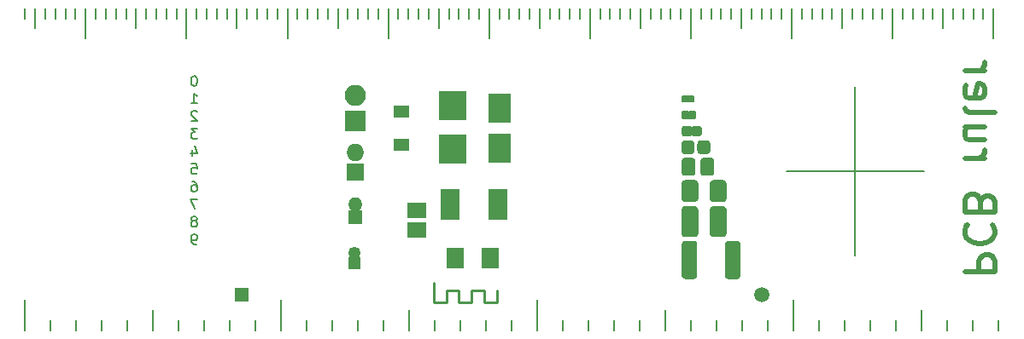
<source format=gbs>
G04 #@! TF.GenerationSoftware,KiCad,Pcbnew,(5.1.4)-1*
G04 #@! TF.CreationDate,2020-02-23T21:57:18+01:00*
G04 #@! TF.ProjectId,PCBRuler,50434252-756c-4657-922e-6b696361645f,1.0*
G04 #@! TF.SameCoordinates,Original*
G04 #@! TF.FileFunction,Soldermask,Bot*
G04 #@! TF.FilePolarity,Negative*
%FSLAX46Y46*%
G04 Gerber Fmt 4.6, Leading zero omitted, Abs format (unit mm)*
G04 Created by KiCad (PCBNEW (5.1.4)-1) date 2020-02-23 21:57:18*
%MOMM*%
%LPD*%
G04 APERTURE LIST*
%ADD10C,0.250000*%
%ADD11C,0.150000*%
%ADD12C,0.500000*%
%ADD13C,0.200000*%
%ADD14R,1.400000X1.400000*%
%ADD15C,1.500000*%
%ADD16R,1.600000X1.300000*%
%ADD17R,2.700000X2.900000*%
%ADD18R,2.200000X2.900000*%
%ADD19C,0.100000*%
%ADD20C,0.800000*%
%ADD21R,1.700000X2.100000*%
%ADD22R,1.900000X1.600000*%
%ADD23C,1.525000*%
%ADD24C,1.650000*%
%ADD25C,0.700000*%
%ADD26C,0.990000*%
%ADD27C,1.275000*%
%ADD28O,1.250000X1.250000*%
%ADD29R,1.250000X1.250000*%
%ADD30C,1.375000*%
%ADD31O,1.750000X1.750000*%
%ADD32R,1.750000X1.750000*%
%ADD33O,1.400000X1.400000*%
%ADD34O,2.100000X2.100000*%
%ADD35R,2.100000X2.100000*%
%ADD36R,1.900000X3.100000*%
G04 APERTURE END LIST*
D10*
X133750000Y-127250000D02*
X133750000Y-126000000D01*
X132500000Y-127250000D02*
X133750000Y-127250000D01*
X132500000Y-126000000D02*
X132500000Y-127250000D01*
X131250000Y-126000000D02*
X132500000Y-126000000D01*
X131250000Y-127250000D02*
X131250000Y-126000000D01*
X130000000Y-127250000D02*
X131250000Y-127250000D01*
X130000000Y-126000000D02*
X130000000Y-127250000D01*
X128750000Y-126000000D02*
X130000000Y-126000000D01*
X128750000Y-127250000D02*
X128750000Y-126000000D01*
X127500000Y-127250000D02*
X128750000Y-127250000D01*
X127500000Y-125300000D02*
X127500000Y-127250000D01*
D11*
X162500000Y-114200000D02*
X176100000Y-114200000D01*
X169300000Y-122600000D02*
X169300000Y-105800000D01*
D12*
X180142857Y-124214285D02*
X183142857Y-124214285D01*
X183142857Y-123071428D01*
X183000000Y-122785714D01*
X182857142Y-122642857D01*
X182571428Y-122500000D01*
X182142857Y-122500000D01*
X181857142Y-122642857D01*
X181714285Y-122785714D01*
X181571428Y-123071428D01*
X181571428Y-124214285D01*
X180428571Y-119500000D02*
X180285714Y-119642857D01*
X180142857Y-120071428D01*
X180142857Y-120357142D01*
X180285714Y-120785714D01*
X180571428Y-121071428D01*
X180857142Y-121214285D01*
X181428571Y-121357142D01*
X181857142Y-121357142D01*
X182428571Y-121214285D01*
X182714285Y-121071428D01*
X183000000Y-120785714D01*
X183142857Y-120357142D01*
X183142857Y-120071428D01*
X183000000Y-119642857D01*
X182857142Y-119500000D01*
X181714285Y-117214285D02*
X181571428Y-116785714D01*
X181428571Y-116642857D01*
X181142857Y-116500000D01*
X180714285Y-116500000D01*
X180428571Y-116642857D01*
X180285714Y-116785714D01*
X180142857Y-117071428D01*
X180142857Y-118214285D01*
X183142857Y-118214285D01*
X183142857Y-117214285D01*
X183000000Y-116928571D01*
X182857142Y-116785714D01*
X182571428Y-116642857D01*
X182285714Y-116642857D01*
X182000000Y-116785714D01*
X181857142Y-116928571D01*
X181714285Y-117214285D01*
X181714285Y-118214285D01*
X180142857Y-112928571D02*
X182142857Y-112928571D01*
X181571428Y-112928571D02*
X181857142Y-112785714D01*
X182000000Y-112642857D01*
X182142857Y-112357142D01*
X182142857Y-112071428D01*
X182142857Y-109785714D02*
X180142857Y-109785714D01*
X182142857Y-111071428D02*
X180571428Y-111071428D01*
X180285714Y-110928571D01*
X180142857Y-110642857D01*
X180142857Y-110214285D01*
X180285714Y-109928571D01*
X180428571Y-109785714D01*
X180142857Y-107928571D02*
X180285714Y-108214285D01*
X180571428Y-108357142D01*
X183142857Y-108357142D01*
X180285714Y-105642857D02*
X180142857Y-105928571D01*
X180142857Y-106500000D01*
X180285714Y-106785714D01*
X180571428Y-106928571D01*
X181714285Y-106928571D01*
X182000000Y-106785714D01*
X182142857Y-106500000D01*
X182142857Y-105928571D01*
X182000000Y-105642857D01*
X181714285Y-105500000D01*
X181428571Y-105500000D01*
X181142857Y-106928571D01*
X180142857Y-104214285D02*
X182142857Y-104214285D01*
X181571428Y-104214285D02*
X181857142Y-104071428D01*
X182000000Y-103928571D01*
X182142857Y-103642857D01*
X182142857Y-103357142D01*
D13*
X103940476Y-121452380D02*
X103750000Y-121452380D01*
X103654761Y-121404761D01*
X103607142Y-121357142D01*
X103511904Y-121214285D01*
X103464285Y-121023809D01*
X103464285Y-120642857D01*
X103511904Y-120547619D01*
X103559523Y-120500000D01*
X103654761Y-120452380D01*
X103845238Y-120452380D01*
X103940476Y-120500000D01*
X103988095Y-120547619D01*
X104035714Y-120642857D01*
X104035714Y-120880952D01*
X103988095Y-120976190D01*
X103940476Y-121023809D01*
X103845238Y-121071428D01*
X103654761Y-121071428D01*
X103559523Y-121023809D01*
X103511904Y-120976190D01*
X103464285Y-120880952D01*
X103845238Y-119130952D02*
X103940476Y-119083333D01*
X103988095Y-119035714D01*
X104035714Y-118940476D01*
X104035714Y-118892857D01*
X103988095Y-118797619D01*
X103940476Y-118750000D01*
X103845238Y-118702380D01*
X103654761Y-118702380D01*
X103559523Y-118750000D01*
X103511904Y-118797619D01*
X103464285Y-118892857D01*
X103464285Y-118940476D01*
X103511904Y-119035714D01*
X103559523Y-119083333D01*
X103654761Y-119130952D01*
X103845238Y-119130952D01*
X103940476Y-119178571D01*
X103988095Y-119226190D01*
X104035714Y-119321428D01*
X104035714Y-119511904D01*
X103988095Y-119607142D01*
X103940476Y-119654761D01*
X103845238Y-119702380D01*
X103654761Y-119702380D01*
X103559523Y-119654761D01*
X103511904Y-119607142D01*
X103464285Y-119511904D01*
X103464285Y-119321428D01*
X103511904Y-119226190D01*
X103559523Y-119178571D01*
X103654761Y-119130952D01*
X104083333Y-116952380D02*
X103416666Y-116952380D01*
X103845238Y-117952380D01*
X103559523Y-115202380D02*
X103750000Y-115202380D01*
X103845238Y-115250000D01*
X103892857Y-115297619D01*
X103988095Y-115440476D01*
X104035714Y-115630952D01*
X104035714Y-116011904D01*
X103988095Y-116107142D01*
X103940476Y-116154761D01*
X103845238Y-116202380D01*
X103654761Y-116202380D01*
X103559523Y-116154761D01*
X103511904Y-116107142D01*
X103464285Y-116011904D01*
X103464285Y-115773809D01*
X103511904Y-115678571D01*
X103559523Y-115630952D01*
X103654761Y-115583333D01*
X103845238Y-115583333D01*
X103940476Y-115630952D01*
X103988095Y-115678571D01*
X104035714Y-115773809D01*
X103511904Y-113452380D02*
X103988095Y-113452380D01*
X104035714Y-113928571D01*
X103988095Y-113880952D01*
X103892857Y-113833333D01*
X103654761Y-113833333D01*
X103559523Y-113880952D01*
X103511904Y-113928571D01*
X103464285Y-114023809D01*
X103464285Y-114261904D01*
X103511904Y-114357142D01*
X103559523Y-114404761D01*
X103654761Y-114452380D01*
X103892857Y-114452380D01*
X103988095Y-114404761D01*
X104035714Y-114357142D01*
X103559523Y-112035714D02*
X103559523Y-112702380D01*
X103797619Y-111654761D02*
X104035714Y-112369047D01*
X103416666Y-112369047D01*
X104083333Y-109952380D02*
X103464285Y-109952380D01*
X103797619Y-110333333D01*
X103654761Y-110333333D01*
X103559523Y-110380952D01*
X103511904Y-110428571D01*
X103464285Y-110523809D01*
X103464285Y-110761904D01*
X103511904Y-110857142D01*
X103559523Y-110904761D01*
X103654761Y-110952380D01*
X103940476Y-110952380D01*
X104035714Y-110904761D01*
X104083333Y-110857142D01*
X104035714Y-108297619D02*
X103988095Y-108250000D01*
X103892857Y-108202380D01*
X103654761Y-108202380D01*
X103559523Y-108250000D01*
X103511904Y-108297619D01*
X103464285Y-108392857D01*
X103464285Y-108488095D01*
X103511904Y-108630952D01*
X104083333Y-109202380D01*
X103464285Y-109202380D01*
X103464285Y-107452380D02*
X104035714Y-107452380D01*
X103750000Y-107452380D02*
X103750000Y-106452380D01*
X103845238Y-106595238D01*
X103940476Y-106690476D01*
X104035714Y-106738095D01*
X103797619Y-104702380D02*
X103702380Y-104702380D01*
X103607142Y-104750000D01*
X103559523Y-104797619D01*
X103511904Y-104892857D01*
X103464285Y-105083333D01*
X103464285Y-105321428D01*
X103511904Y-105511904D01*
X103559523Y-105607142D01*
X103607142Y-105654761D01*
X103702380Y-105702380D01*
X103797619Y-105702380D01*
X103892857Y-105654761D01*
X103940476Y-105607142D01*
X103988095Y-105511904D01*
X104035714Y-105321428D01*
X104035714Y-105083333D01*
X103988095Y-104892857D01*
X103940476Y-104797619D01*
X103892857Y-104750000D01*
X103797619Y-104702380D01*
D11*
X183520000Y-129987300D02*
X183520000Y-128971300D01*
X178440000Y-129987300D02*
X178440000Y-128971300D01*
X180980000Y-128971300D02*
X180980000Y-128971300D01*
X178440000Y-128971300D02*
X178440000Y-128971300D01*
X180980000Y-129987300D02*
X180980000Y-128971300D01*
X183520000Y-128971300D02*
X183520000Y-128971300D01*
X165740000Y-128971300D02*
X165740000Y-128971300D01*
X165740000Y-129987300D02*
X165740000Y-128971300D01*
X173360000Y-128971300D02*
X173360000Y-128971300D01*
X175900000Y-127955300D02*
X175900000Y-127955300D01*
X175900000Y-129987300D02*
X175900000Y-127955300D01*
X170820000Y-129987300D02*
X170820000Y-128971300D01*
X173360000Y-129987300D02*
X173360000Y-128971300D01*
X168280000Y-128971300D02*
X168280000Y-128971300D01*
X168280000Y-129987300D02*
X168280000Y-128971300D01*
X170820000Y-128971300D02*
X170820000Y-128971300D01*
X163200000Y-129987300D02*
X163200000Y-127193300D01*
X160660000Y-129987300D02*
X160660000Y-128971300D01*
X150500000Y-127955300D02*
X150500000Y-127955300D01*
X140340000Y-128971300D02*
X140340000Y-128971300D01*
X142880000Y-128971300D02*
X142880000Y-128971300D01*
X145420000Y-129987300D02*
X145420000Y-128971300D01*
X158120000Y-129987300D02*
X158120000Y-128971300D01*
X155580000Y-128971300D02*
X155580000Y-128971300D01*
X142880000Y-129987300D02*
X142880000Y-128971300D01*
X153040000Y-128971300D02*
X153040000Y-128971300D01*
X155580000Y-129987300D02*
X155580000Y-128971300D01*
X160660000Y-128971300D02*
X160660000Y-128971300D01*
X145420000Y-128971300D02*
X145420000Y-128971300D01*
X150500000Y-129987300D02*
X150500000Y-127955300D01*
X147960000Y-128971300D02*
X147960000Y-128971300D01*
X163200000Y-127193300D02*
X163200000Y-126939300D01*
X163200000Y-126939300D02*
X163200000Y-126939300D01*
X147960000Y-129987300D02*
X147960000Y-128971300D01*
X153040000Y-129987300D02*
X153040000Y-128971300D01*
X140340000Y-129987300D02*
X140340000Y-128971300D01*
X158120000Y-128971300D02*
X158120000Y-128971300D01*
X117480000Y-129987300D02*
X117480000Y-128971300D01*
X120020000Y-129987300D02*
X120020000Y-128971300D01*
X114940000Y-129987300D02*
X114940000Y-128971300D01*
X114940000Y-128971300D02*
X114940000Y-128971300D01*
X117480000Y-128971300D02*
X117480000Y-128971300D01*
X137800000Y-126939300D02*
X137800000Y-126939300D01*
X137800000Y-127193300D02*
X137800000Y-126939300D01*
X135260000Y-128971300D02*
X135260000Y-128971300D01*
X137800000Y-129987300D02*
X137800000Y-127193300D01*
X132720000Y-128971300D02*
X132720000Y-128971300D01*
X132720000Y-129987300D02*
X132720000Y-128971300D01*
X130180000Y-128971300D02*
X130180000Y-128971300D01*
X135260000Y-129987300D02*
X135260000Y-128971300D01*
X127640000Y-128971300D02*
X127640000Y-128971300D01*
X130180000Y-129987300D02*
X130180000Y-128971300D01*
X125100000Y-127955300D02*
X125100000Y-127955300D01*
X127640000Y-129987300D02*
X127640000Y-128971300D01*
X122560000Y-128971300D02*
X122560000Y-128971300D01*
X120020000Y-128971300D02*
X120020000Y-128971300D01*
X122560000Y-129987300D02*
X122560000Y-128971300D01*
X125100000Y-129987300D02*
X125100000Y-127955300D01*
X112400000Y-126939300D02*
X112400000Y-126939300D01*
X112400000Y-127193300D02*
X112400000Y-126939300D01*
X112400000Y-129987300D02*
X112400000Y-127193300D01*
X109860000Y-128971300D02*
X109860000Y-128971300D01*
X109860000Y-129987300D02*
X109860000Y-128971300D01*
X107320000Y-128971300D02*
X107320000Y-128971300D01*
X107320000Y-129987300D02*
X107320000Y-128971300D01*
X104780000Y-128971300D02*
X104780000Y-128971300D01*
X104780000Y-129987300D02*
X104780000Y-128971300D01*
X102240000Y-128971300D02*
X102240000Y-128971300D01*
X102240000Y-129987300D02*
X102240000Y-128971300D01*
X99700000Y-127955300D02*
X99700000Y-127955300D01*
X99700000Y-129987300D02*
X99700000Y-127955300D01*
X97160000Y-128971300D02*
X97160000Y-128971300D01*
X97160000Y-129987300D02*
X97160000Y-128971300D01*
X94620000Y-128971300D02*
X94620000Y-128971300D01*
X94620000Y-129987300D02*
X94620000Y-128971300D01*
X92080000Y-128971300D02*
X92080000Y-128971300D01*
X92080000Y-129987300D02*
X92080000Y-128971300D01*
X89540000Y-128971300D02*
X89540000Y-128971300D01*
X89540000Y-129987300D02*
X89540000Y-128971300D01*
X87000000Y-129987300D02*
X87000000Y-126939300D01*
X92000000Y-98000000D02*
X92000000Y-99000000D01*
X91000000Y-98000000D02*
X91000000Y-99000000D01*
X90000000Y-98000000D02*
X90000000Y-99000000D01*
X93000000Y-98000000D02*
X93000000Y-101000000D01*
X93000000Y-101000000D02*
X93000000Y-101000000D01*
X94000000Y-98000000D02*
X94000000Y-99000000D01*
X95000000Y-98000000D02*
X95000000Y-99000000D01*
X96000000Y-98000000D02*
X96000000Y-99000000D01*
X97000000Y-98000000D02*
X97000000Y-99000000D01*
X98000000Y-98000000D02*
X98000000Y-100000000D01*
X99000000Y-98000000D02*
X99000000Y-99000000D01*
X100000000Y-98000000D02*
X100000000Y-99000000D01*
X101000000Y-98000000D02*
X101000000Y-99000000D01*
X102000000Y-98000000D02*
X102000000Y-99000000D01*
X103000000Y-98000000D02*
X103000000Y-101000000D01*
X104000000Y-98000000D02*
X104000000Y-99000000D01*
X105000000Y-98000000D02*
X105000000Y-99000000D01*
X106000000Y-98000000D02*
X106000000Y-99000000D01*
X107000000Y-98000000D02*
X107000000Y-99000000D01*
X108000000Y-98000000D02*
X108000000Y-100000000D01*
X109000000Y-98000000D02*
X109000000Y-99000000D01*
X110000000Y-98000000D02*
X110000000Y-99000000D01*
X111000000Y-98000000D02*
X111000000Y-99000000D01*
X112000000Y-98000000D02*
X112000000Y-99000000D01*
X113000000Y-98000000D02*
X113000000Y-101000000D01*
X115000000Y-98000000D02*
X115000000Y-99000000D01*
X114000000Y-98000000D02*
X114000000Y-99000000D01*
X130000000Y-98000000D02*
X130000000Y-99000000D01*
X128000000Y-98000000D02*
X128000000Y-100000000D01*
X126000000Y-98000000D02*
X126000000Y-99000000D01*
X119000000Y-98000000D02*
X119000000Y-99000000D01*
X124000000Y-98000000D02*
X124000000Y-99000000D01*
X133000000Y-98000000D02*
X133000000Y-101000000D01*
X122000000Y-98000000D02*
X122000000Y-99000000D01*
X127000000Y-98000000D02*
X127000000Y-99000000D01*
X132000000Y-98000000D02*
X132000000Y-99000000D01*
X121000000Y-98000000D02*
X121000000Y-99000000D01*
X117000000Y-98000000D02*
X117000000Y-99000000D01*
X116000000Y-98000000D02*
X116000000Y-99000000D01*
X131000000Y-98000000D02*
X131000000Y-99000000D01*
X120000000Y-98000000D02*
X120000000Y-99000000D01*
X129000000Y-98000000D02*
X129000000Y-99000000D01*
X123000000Y-98000000D02*
X123000000Y-101000000D01*
X125000000Y-98000000D02*
X125000000Y-99000000D01*
X118000000Y-98000000D02*
X118000000Y-100000000D01*
X138000000Y-98000000D02*
X138000000Y-100000000D01*
X145000000Y-98000000D02*
X145000000Y-99000000D01*
X134000000Y-98000000D02*
X134000000Y-99000000D01*
X150000000Y-98000000D02*
X150000000Y-99000000D01*
X153000000Y-98000000D02*
X153000000Y-101000000D01*
X152000000Y-98000000D02*
X152000000Y-99000000D01*
X136000000Y-98000000D02*
X136000000Y-99000000D01*
X140000000Y-98000000D02*
X140000000Y-99000000D01*
X148000000Y-98000000D02*
X148000000Y-100000000D01*
X144000000Y-98000000D02*
X144000000Y-99000000D01*
X147000000Y-98000000D02*
X147000000Y-99000000D01*
X137000000Y-98000000D02*
X137000000Y-99000000D01*
X139000000Y-98000000D02*
X139000000Y-99000000D01*
X146000000Y-98000000D02*
X146000000Y-99000000D01*
X141000000Y-98000000D02*
X141000000Y-99000000D01*
X151000000Y-98000000D02*
X151000000Y-99000000D01*
X135000000Y-98000000D02*
X135000000Y-99000000D01*
X142000000Y-98000000D02*
X142000000Y-99000000D01*
X149000000Y-98000000D02*
X149000000Y-99000000D01*
X143000000Y-98000000D02*
X143000000Y-101000000D01*
X166000000Y-98000000D02*
X166000000Y-99000000D01*
X162000000Y-98000000D02*
X162000000Y-99000000D01*
X161000000Y-98000000D02*
X161000000Y-99000000D01*
X172000000Y-98000000D02*
X172000000Y-99000000D01*
X173000000Y-98000000D02*
X173000000Y-101000000D01*
X157000000Y-98000000D02*
X157000000Y-99000000D01*
X160000000Y-98000000D02*
X160000000Y-99000000D01*
X164000000Y-98000000D02*
X164000000Y-99000000D01*
X167000000Y-98000000D02*
X167000000Y-99000000D01*
X158000000Y-98000000D02*
X158000000Y-100000000D01*
X159000000Y-98000000D02*
X159000000Y-99000000D01*
X169000000Y-98000000D02*
X169000000Y-99000000D01*
X168000000Y-98000000D02*
X168000000Y-100000000D01*
X170000000Y-98000000D02*
X170000000Y-99000000D01*
X163000000Y-98000000D02*
X163000000Y-101000000D01*
X154000000Y-98000000D02*
X154000000Y-99000000D01*
X165000000Y-98000000D02*
X165000000Y-99000000D01*
X171000000Y-98000000D02*
X171000000Y-99000000D01*
X155000000Y-98000000D02*
X155000000Y-99000000D01*
X156000000Y-98000000D02*
X156000000Y-99000000D01*
X183000000Y-98000000D02*
X183000000Y-101000000D01*
X180000000Y-98000000D02*
X180000000Y-99000000D01*
X182000000Y-98000000D02*
X182000000Y-99000000D01*
X177000000Y-98000000D02*
X177000000Y-99000000D01*
X178000000Y-98000000D02*
X178000000Y-100000000D01*
X174000000Y-98000000D02*
X174000000Y-99000000D01*
X175000000Y-98000000D02*
X175000000Y-99000000D01*
X181000000Y-98000000D02*
X181000000Y-99000000D01*
X179000000Y-98000000D02*
X179000000Y-99000000D01*
X176000000Y-98000000D02*
X176000000Y-99000000D01*
X87000000Y-98000000D02*
X87000000Y-99000000D01*
X88000000Y-98000000D02*
X88000000Y-100000000D01*
X89000000Y-98000000D02*
X89000000Y-99000000D01*
D14*
X108500000Y-126500000D03*
D15*
X160000000Y-126500000D03*
D16*
X124300000Y-108250000D03*
X124300000Y-111550000D03*
D17*
X129400000Y-107700000D03*
X129400000Y-112000000D03*
D18*
X134000000Y-107900000D03*
X134000000Y-111900000D03*
D19*
G36*
X153369603Y-108200963D02*
G01*
X153389018Y-108203843D01*
X153408057Y-108208612D01*
X153426537Y-108215224D01*
X153444279Y-108223616D01*
X153461114Y-108233706D01*
X153476879Y-108245398D01*
X153491421Y-108258579D01*
X153504602Y-108273121D01*
X153516294Y-108288886D01*
X153526384Y-108305721D01*
X153534776Y-108323463D01*
X153541388Y-108341943D01*
X153546157Y-108360982D01*
X153549037Y-108380397D01*
X153550000Y-108400000D01*
X153550000Y-108800000D01*
X153549037Y-108819603D01*
X153546157Y-108839018D01*
X153541388Y-108858057D01*
X153534776Y-108876537D01*
X153526384Y-108894279D01*
X153516294Y-108911114D01*
X153504602Y-108926879D01*
X153491421Y-108941421D01*
X153476879Y-108954602D01*
X153461114Y-108966294D01*
X153444279Y-108976384D01*
X153426537Y-108984776D01*
X153408057Y-108991388D01*
X153389018Y-108996157D01*
X153369603Y-108999037D01*
X153350000Y-109000000D01*
X152890000Y-109000000D01*
X152870397Y-108999037D01*
X152850982Y-108996157D01*
X152831943Y-108991388D01*
X152813463Y-108984776D01*
X152795721Y-108976384D01*
X152778886Y-108966294D01*
X152763121Y-108954602D01*
X152748579Y-108941421D01*
X152735398Y-108926879D01*
X152723706Y-108911114D01*
X152713616Y-108894279D01*
X152705224Y-108876537D01*
X152698612Y-108858057D01*
X152693843Y-108839018D01*
X152690963Y-108819603D01*
X152690000Y-108800000D01*
X152690000Y-108400000D01*
X152690963Y-108380397D01*
X152693843Y-108360982D01*
X152698612Y-108341943D01*
X152705224Y-108323463D01*
X152713616Y-108305721D01*
X152723706Y-108288886D01*
X152735398Y-108273121D01*
X152748579Y-108258579D01*
X152763121Y-108245398D01*
X152778886Y-108233706D01*
X152795721Y-108223616D01*
X152813463Y-108215224D01*
X152831943Y-108208612D01*
X152850982Y-108203843D01*
X152870397Y-108200963D01*
X152890000Y-108200000D01*
X153350000Y-108200000D01*
X153369603Y-108200963D01*
X153369603Y-108200963D01*
G37*
D20*
X153120000Y-108600000D03*
D19*
G36*
X152729603Y-108200963D02*
G01*
X152749018Y-108203843D01*
X152768057Y-108208612D01*
X152786537Y-108215224D01*
X152804279Y-108223616D01*
X152821114Y-108233706D01*
X152836879Y-108245398D01*
X152851421Y-108258579D01*
X152864602Y-108273121D01*
X152876294Y-108288886D01*
X152886384Y-108305721D01*
X152894776Y-108323463D01*
X152901388Y-108341943D01*
X152906157Y-108360982D01*
X152909037Y-108380397D01*
X152910000Y-108400000D01*
X152910000Y-108800000D01*
X152909037Y-108819603D01*
X152906157Y-108839018D01*
X152901388Y-108858057D01*
X152894776Y-108876537D01*
X152886384Y-108894279D01*
X152876294Y-108911114D01*
X152864602Y-108926879D01*
X152851421Y-108941421D01*
X152836879Y-108954602D01*
X152821114Y-108966294D01*
X152804279Y-108976384D01*
X152786537Y-108984776D01*
X152768057Y-108991388D01*
X152749018Y-108996157D01*
X152729603Y-108999037D01*
X152710000Y-109000000D01*
X152250000Y-109000000D01*
X152230397Y-108999037D01*
X152210982Y-108996157D01*
X152191943Y-108991388D01*
X152173463Y-108984776D01*
X152155721Y-108976384D01*
X152138886Y-108966294D01*
X152123121Y-108954602D01*
X152108579Y-108941421D01*
X152095398Y-108926879D01*
X152083706Y-108911114D01*
X152073616Y-108894279D01*
X152065224Y-108876537D01*
X152058612Y-108858057D01*
X152053843Y-108839018D01*
X152050963Y-108819603D01*
X152050000Y-108800000D01*
X152050000Y-108400000D01*
X152050963Y-108380397D01*
X152053843Y-108360982D01*
X152058612Y-108341943D01*
X152065224Y-108323463D01*
X152073616Y-108305721D01*
X152083706Y-108288886D01*
X152095398Y-108273121D01*
X152108579Y-108258579D01*
X152123121Y-108245398D01*
X152138886Y-108233706D01*
X152155721Y-108223616D01*
X152173463Y-108215224D01*
X152191943Y-108208612D01*
X152210982Y-108203843D01*
X152230397Y-108200963D01*
X152250000Y-108200000D01*
X152710000Y-108200000D01*
X152729603Y-108200963D01*
X152729603Y-108200963D01*
G37*
D20*
X152480000Y-108600000D03*
D21*
X129600000Y-122850000D03*
X133100000Y-122850000D03*
D22*
X125850000Y-120000000D03*
X125850000Y-118100000D03*
D19*
G36*
X157594634Y-121101630D02*
G01*
X157627498Y-121106505D01*
X157659726Y-121114578D01*
X157691007Y-121125771D01*
X157721041Y-121139976D01*
X157749538Y-121157056D01*
X157776224Y-121176847D01*
X157800841Y-121199159D01*
X157823153Y-121223776D01*
X157842944Y-121250462D01*
X157860024Y-121278959D01*
X157874229Y-121308993D01*
X157885422Y-121340274D01*
X157893495Y-121372502D01*
X157898370Y-121405366D01*
X157900000Y-121438550D01*
X157900000Y-124561450D01*
X157898370Y-124594634D01*
X157893495Y-124627498D01*
X157885422Y-124659726D01*
X157874229Y-124691007D01*
X157860024Y-124721041D01*
X157842944Y-124749538D01*
X157823153Y-124776224D01*
X157800841Y-124800841D01*
X157776224Y-124823153D01*
X157749538Y-124842944D01*
X157721041Y-124860024D01*
X157691007Y-124874229D01*
X157659726Y-124885422D01*
X157627498Y-124893495D01*
X157594634Y-124898370D01*
X157561450Y-124900000D01*
X156713550Y-124900000D01*
X156680366Y-124898370D01*
X156647502Y-124893495D01*
X156615274Y-124885422D01*
X156583993Y-124874229D01*
X156553959Y-124860024D01*
X156525462Y-124842944D01*
X156498776Y-124823153D01*
X156474159Y-124800841D01*
X156451847Y-124776224D01*
X156432056Y-124749538D01*
X156414976Y-124721041D01*
X156400771Y-124691007D01*
X156389578Y-124659726D01*
X156381505Y-124627498D01*
X156376630Y-124594634D01*
X156375000Y-124561450D01*
X156375000Y-121438550D01*
X156376630Y-121405366D01*
X156381505Y-121372502D01*
X156389578Y-121340274D01*
X156400771Y-121308993D01*
X156414976Y-121278959D01*
X156432056Y-121250462D01*
X156451847Y-121223776D01*
X156474159Y-121199159D01*
X156498776Y-121176847D01*
X156525462Y-121157056D01*
X156553959Y-121139976D01*
X156583993Y-121125771D01*
X156615274Y-121114578D01*
X156647502Y-121106505D01*
X156680366Y-121101630D01*
X156713550Y-121100000D01*
X157561450Y-121100000D01*
X157594634Y-121101630D01*
X157594634Y-121101630D01*
G37*
D23*
X157137500Y-123000000D03*
D19*
G36*
X153319329Y-121101632D02*
G01*
X153352226Y-121106512D01*
X153384486Y-121114592D01*
X153415799Y-121125796D01*
X153445863Y-121140015D01*
X153474388Y-121157113D01*
X153501100Y-121176924D01*
X153525742Y-121199258D01*
X153548076Y-121223900D01*
X153567887Y-121250612D01*
X153584985Y-121279137D01*
X153599204Y-121309201D01*
X153610408Y-121340514D01*
X153618488Y-121372774D01*
X153623368Y-121405671D01*
X153625000Y-121438888D01*
X153625000Y-124561112D01*
X153623368Y-124594329D01*
X153618488Y-124627226D01*
X153610408Y-124659486D01*
X153599204Y-124690799D01*
X153584985Y-124720863D01*
X153567887Y-124749388D01*
X153548076Y-124776100D01*
X153525742Y-124800742D01*
X153501100Y-124823076D01*
X153474388Y-124842887D01*
X153445863Y-124859985D01*
X153415799Y-124874204D01*
X153384486Y-124885408D01*
X153352226Y-124893488D01*
X153319329Y-124898368D01*
X153286112Y-124900000D01*
X152438888Y-124900000D01*
X152405671Y-124898368D01*
X152372774Y-124893488D01*
X152340514Y-124885408D01*
X152309201Y-124874204D01*
X152279137Y-124859985D01*
X152250612Y-124842887D01*
X152223900Y-124823076D01*
X152199258Y-124800742D01*
X152176924Y-124776100D01*
X152157113Y-124749388D01*
X152140015Y-124720863D01*
X152125796Y-124690799D01*
X152114592Y-124659486D01*
X152106512Y-124627226D01*
X152101632Y-124594329D01*
X152100000Y-124561112D01*
X152100000Y-121438888D01*
X152101632Y-121405671D01*
X152106512Y-121372774D01*
X152114592Y-121340514D01*
X152125796Y-121309201D01*
X152140015Y-121279137D01*
X152157113Y-121250612D01*
X152176924Y-121223900D01*
X152199258Y-121199258D01*
X152223900Y-121176924D01*
X152250612Y-121157113D01*
X152279137Y-121140015D01*
X152309201Y-121125796D01*
X152340514Y-121114592D01*
X152372774Y-121106512D01*
X152405671Y-121101632D01*
X152438888Y-121100000D01*
X153286112Y-121100000D01*
X153319329Y-121101632D01*
X153319329Y-121101632D01*
G37*
D23*
X152862500Y-123000000D03*
D19*
G36*
X156227346Y-115076589D02*
G01*
X156259380Y-115081341D01*
X156290794Y-115089210D01*
X156321286Y-115100120D01*
X156350561Y-115113966D01*
X156378338Y-115130615D01*
X156404350Y-115149907D01*
X156428345Y-115171655D01*
X156450093Y-115195650D01*
X156469385Y-115221662D01*
X156486034Y-115249439D01*
X156499880Y-115278714D01*
X156510790Y-115309206D01*
X156518659Y-115340620D01*
X156523411Y-115372654D01*
X156525000Y-115405000D01*
X156525000Y-116895000D01*
X156523411Y-116927346D01*
X156518659Y-116959380D01*
X156510790Y-116990794D01*
X156499880Y-117021286D01*
X156486034Y-117050561D01*
X156469385Y-117078338D01*
X156450093Y-117104350D01*
X156428345Y-117128345D01*
X156404350Y-117150093D01*
X156378338Y-117169385D01*
X156350561Y-117186034D01*
X156321286Y-117199880D01*
X156290794Y-117210790D01*
X156259380Y-117218659D01*
X156227346Y-117223411D01*
X156195000Y-117225000D01*
X155205000Y-117225000D01*
X155172654Y-117223411D01*
X155140620Y-117218659D01*
X155109206Y-117210790D01*
X155078714Y-117199880D01*
X155049439Y-117186034D01*
X155021662Y-117169385D01*
X154995650Y-117150093D01*
X154971655Y-117128345D01*
X154949907Y-117104350D01*
X154930615Y-117078338D01*
X154913966Y-117050561D01*
X154900120Y-117021286D01*
X154889210Y-116990794D01*
X154881341Y-116959380D01*
X154876589Y-116927346D01*
X154875000Y-116895000D01*
X154875000Y-115405000D01*
X154876589Y-115372654D01*
X154881341Y-115340620D01*
X154889210Y-115309206D01*
X154900120Y-115278714D01*
X154913966Y-115249439D01*
X154930615Y-115221662D01*
X154949907Y-115195650D01*
X154971655Y-115171655D01*
X154995650Y-115149907D01*
X155021662Y-115130615D01*
X155049439Y-115113966D01*
X155078714Y-115100120D01*
X155109206Y-115089210D01*
X155140620Y-115081341D01*
X155172654Y-115076589D01*
X155205000Y-115075000D01*
X156195000Y-115075000D01*
X156227346Y-115076589D01*
X156227346Y-115076589D01*
G37*
D24*
X155700000Y-116150000D03*
D19*
G36*
X153427346Y-115076589D02*
G01*
X153459380Y-115081341D01*
X153490794Y-115089210D01*
X153521286Y-115100120D01*
X153550561Y-115113966D01*
X153578338Y-115130615D01*
X153604350Y-115149907D01*
X153628345Y-115171655D01*
X153650093Y-115195650D01*
X153669385Y-115221662D01*
X153686034Y-115249439D01*
X153699880Y-115278714D01*
X153710790Y-115309206D01*
X153718659Y-115340620D01*
X153723411Y-115372654D01*
X153725000Y-115405000D01*
X153725000Y-116895000D01*
X153723411Y-116927346D01*
X153718659Y-116959380D01*
X153710790Y-116990794D01*
X153699880Y-117021286D01*
X153686034Y-117050561D01*
X153669385Y-117078338D01*
X153650093Y-117104350D01*
X153628345Y-117128345D01*
X153604350Y-117150093D01*
X153578338Y-117169385D01*
X153550561Y-117186034D01*
X153521286Y-117199880D01*
X153490794Y-117210790D01*
X153459380Y-117218659D01*
X153427346Y-117223411D01*
X153395000Y-117225000D01*
X152405000Y-117225000D01*
X152372654Y-117223411D01*
X152340620Y-117218659D01*
X152309206Y-117210790D01*
X152278714Y-117199880D01*
X152249439Y-117186034D01*
X152221662Y-117169385D01*
X152195650Y-117150093D01*
X152171655Y-117128345D01*
X152149907Y-117104350D01*
X152130615Y-117078338D01*
X152113966Y-117050561D01*
X152100120Y-117021286D01*
X152089210Y-116990794D01*
X152081341Y-116959380D01*
X152076589Y-116927346D01*
X152075000Y-116895000D01*
X152075000Y-115405000D01*
X152076589Y-115372654D01*
X152081341Y-115340620D01*
X152089210Y-115309206D01*
X152100120Y-115278714D01*
X152113966Y-115249439D01*
X152130615Y-115221662D01*
X152149907Y-115195650D01*
X152171655Y-115171655D01*
X152195650Y-115149907D01*
X152221662Y-115130615D01*
X152249439Y-115113966D01*
X152278714Y-115100120D01*
X152309206Y-115089210D01*
X152340620Y-115081341D01*
X152372654Y-115076589D01*
X152405000Y-115075000D01*
X153395000Y-115075000D01*
X153427346Y-115076589D01*
X153427346Y-115076589D01*
G37*
D24*
X152900000Y-116150000D03*
D19*
G36*
X153192153Y-106650843D02*
G01*
X153209141Y-106653363D01*
X153225800Y-106657535D01*
X153241970Y-106663321D01*
X153257494Y-106670664D01*
X153272225Y-106679493D01*
X153286019Y-106689723D01*
X153298744Y-106701256D01*
X153310277Y-106713981D01*
X153320507Y-106727775D01*
X153329336Y-106742506D01*
X153336679Y-106758030D01*
X153342465Y-106774200D01*
X153346637Y-106790859D01*
X153349157Y-106807847D01*
X153350000Y-106825000D01*
X153350000Y-107175000D01*
X153349157Y-107192153D01*
X153346637Y-107209141D01*
X153342465Y-107225800D01*
X153336679Y-107241970D01*
X153329336Y-107257494D01*
X153320507Y-107272225D01*
X153310277Y-107286019D01*
X153298744Y-107298744D01*
X153286019Y-107310277D01*
X153272225Y-107320507D01*
X153257494Y-107329336D01*
X153241970Y-107336679D01*
X153225800Y-107342465D01*
X153209141Y-107346637D01*
X153192153Y-107349157D01*
X153175000Y-107350000D01*
X152725000Y-107350000D01*
X152707847Y-107349157D01*
X152690859Y-107346637D01*
X152674200Y-107342465D01*
X152658030Y-107336679D01*
X152642506Y-107329336D01*
X152627775Y-107320507D01*
X152613981Y-107310277D01*
X152601256Y-107298744D01*
X152589723Y-107286019D01*
X152579493Y-107272225D01*
X152570664Y-107257494D01*
X152563321Y-107241970D01*
X152557535Y-107225800D01*
X152553363Y-107209141D01*
X152550843Y-107192153D01*
X152550000Y-107175000D01*
X152550000Y-106825000D01*
X152550843Y-106807847D01*
X152553363Y-106790859D01*
X152557535Y-106774200D01*
X152563321Y-106758030D01*
X152570664Y-106742506D01*
X152579493Y-106727775D01*
X152589723Y-106713981D01*
X152601256Y-106701256D01*
X152613981Y-106689723D01*
X152627775Y-106679493D01*
X152642506Y-106670664D01*
X152658030Y-106663321D01*
X152674200Y-106657535D01*
X152690859Y-106653363D01*
X152707847Y-106650843D01*
X152725000Y-106650000D01*
X153175000Y-106650000D01*
X153192153Y-106650843D01*
X153192153Y-106650843D01*
G37*
D25*
X152950000Y-107000000D03*
D19*
G36*
X152692153Y-106650843D02*
G01*
X152709141Y-106653363D01*
X152725800Y-106657535D01*
X152741970Y-106663321D01*
X152757494Y-106670664D01*
X152772225Y-106679493D01*
X152786019Y-106689723D01*
X152798744Y-106701256D01*
X152810277Y-106713981D01*
X152820507Y-106727775D01*
X152829336Y-106742506D01*
X152836679Y-106758030D01*
X152842465Y-106774200D01*
X152846637Y-106790859D01*
X152849157Y-106807847D01*
X152850000Y-106825000D01*
X152850000Y-107175000D01*
X152849157Y-107192153D01*
X152846637Y-107209141D01*
X152842465Y-107225800D01*
X152836679Y-107241970D01*
X152829336Y-107257494D01*
X152820507Y-107272225D01*
X152810277Y-107286019D01*
X152798744Y-107298744D01*
X152786019Y-107310277D01*
X152772225Y-107320507D01*
X152757494Y-107329336D01*
X152741970Y-107336679D01*
X152725800Y-107342465D01*
X152709141Y-107346637D01*
X152692153Y-107349157D01*
X152675000Y-107350000D01*
X152225000Y-107350000D01*
X152207847Y-107349157D01*
X152190859Y-107346637D01*
X152174200Y-107342465D01*
X152158030Y-107336679D01*
X152142506Y-107329336D01*
X152127775Y-107320507D01*
X152113981Y-107310277D01*
X152101256Y-107298744D01*
X152089723Y-107286019D01*
X152079493Y-107272225D01*
X152070664Y-107257494D01*
X152063321Y-107241970D01*
X152057535Y-107225800D01*
X152053363Y-107209141D01*
X152050843Y-107192153D01*
X152050000Y-107175000D01*
X152050000Y-106825000D01*
X152050843Y-106807847D01*
X152053363Y-106790859D01*
X152057535Y-106774200D01*
X152063321Y-106758030D01*
X152070664Y-106742506D01*
X152079493Y-106727775D01*
X152089723Y-106713981D01*
X152101256Y-106701256D01*
X152113981Y-106689723D01*
X152127775Y-106679493D01*
X152142506Y-106670664D01*
X152158030Y-106663321D01*
X152174200Y-106657535D01*
X152190859Y-106653363D01*
X152207847Y-106650843D01*
X152225000Y-106650000D01*
X152675000Y-106650000D01*
X152692153Y-106650843D01*
X152692153Y-106650843D01*
G37*
D25*
X152450000Y-107000000D03*
D19*
G36*
X153841759Y-109681192D02*
G01*
X153865785Y-109684756D01*
X153889345Y-109690657D01*
X153912214Y-109698840D01*
X153934171Y-109709224D01*
X153955004Y-109721711D01*
X153974512Y-109736180D01*
X153992509Y-109752491D01*
X154008820Y-109770488D01*
X154023289Y-109789996D01*
X154035776Y-109810829D01*
X154046160Y-109832786D01*
X154054343Y-109855655D01*
X154060244Y-109879215D01*
X154063808Y-109903241D01*
X154065000Y-109927500D01*
X154065000Y-110472500D01*
X154063808Y-110496759D01*
X154060244Y-110520785D01*
X154054343Y-110544345D01*
X154046160Y-110567214D01*
X154035776Y-110589171D01*
X154023289Y-110610004D01*
X154008820Y-110629512D01*
X153992509Y-110647509D01*
X153974512Y-110663820D01*
X153955004Y-110678289D01*
X153934171Y-110690776D01*
X153912214Y-110701160D01*
X153889345Y-110709343D01*
X153865785Y-110715244D01*
X153841759Y-110718808D01*
X153817500Y-110720000D01*
X153322500Y-110720000D01*
X153298241Y-110718808D01*
X153274215Y-110715244D01*
X153250655Y-110709343D01*
X153227786Y-110701160D01*
X153205829Y-110690776D01*
X153184996Y-110678289D01*
X153165488Y-110663820D01*
X153147491Y-110647509D01*
X153131180Y-110629512D01*
X153116711Y-110610004D01*
X153104224Y-110589171D01*
X153093840Y-110567214D01*
X153085657Y-110544345D01*
X153079756Y-110520785D01*
X153076192Y-110496759D01*
X153075000Y-110472500D01*
X153075000Y-109927500D01*
X153076192Y-109903241D01*
X153079756Y-109879215D01*
X153085657Y-109855655D01*
X153093840Y-109832786D01*
X153104224Y-109810829D01*
X153116711Y-109789996D01*
X153131180Y-109770488D01*
X153147491Y-109752491D01*
X153165488Y-109736180D01*
X153184996Y-109721711D01*
X153205829Y-109709224D01*
X153227786Y-109698840D01*
X153250655Y-109690657D01*
X153274215Y-109684756D01*
X153298241Y-109681192D01*
X153322500Y-109680000D01*
X153817500Y-109680000D01*
X153841759Y-109681192D01*
X153841759Y-109681192D01*
G37*
D26*
X153570000Y-110200000D03*
D19*
G36*
X152871759Y-109681192D02*
G01*
X152895785Y-109684756D01*
X152919345Y-109690657D01*
X152942214Y-109698840D01*
X152964171Y-109709224D01*
X152985004Y-109721711D01*
X153004512Y-109736180D01*
X153022509Y-109752491D01*
X153038820Y-109770488D01*
X153053289Y-109789996D01*
X153065776Y-109810829D01*
X153076160Y-109832786D01*
X153084343Y-109855655D01*
X153090244Y-109879215D01*
X153093808Y-109903241D01*
X153095000Y-109927500D01*
X153095000Y-110472500D01*
X153093808Y-110496759D01*
X153090244Y-110520785D01*
X153084343Y-110544345D01*
X153076160Y-110567214D01*
X153065776Y-110589171D01*
X153053289Y-110610004D01*
X153038820Y-110629512D01*
X153022509Y-110647509D01*
X153004512Y-110663820D01*
X152985004Y-110678289D01*
X152964171Y-110690776D01*
X152942214Y-110701160D01*
X152919345Y-110709343D01*
X152895785Y-110715244D01*
X152871759Y-110718808D01*
X152847500Y-110720000D01*
X152352500Y-110720000D01*
X152328241Y-110718808D01*
X152304215Y-110715244D01*
X152280655Y-110709343D01*
X152257786Y-110701160D01*
X152235829Y-110690776D01*
X152214996Y-110678289D01*
X152195488Y-110663820D01*
X152177491Y-110647509D01*
X152161180Y-110629512D01*
X152146711Y-110610004D01*
X152134224Y-110589171D01*
X152123840Y-110567214D01*
X152115657Y-110544345D01*
X152109756Y-110520785D01*
X152106192Y-110496759D01*
X152105000Y-110472500D01*
X152105000Y-109927500D01*
X152106192Y-109903241D01*
X152109756Y-109879215D01*
X152115657Y-109855655D01*
X152123840Y-109832786D01*
X152134224Y-109810829D01*
X152146711Y-109789996D01*
X152161180Y-109770488D01*
X152177491Y-109752491D01*
X152195488Y-109736180D01*
X152214996Y-109721711D01*
X152235829Y-109709224D01*
X152257786Y-109698840D01*
X152280655Y-109690657D01*
X152304215Y-109684756D01*
X152328241Y-109681192D01*
X152352500Y-109680000D01*
X152847500Y-109680000D01*
X152871759Y-109681192D01*
X152871759Y-109681192D01*
G37*
D26*
X152600000Y-110200000D03*
D19*
G36*
X154624993Y-111126535D02*
G01*
X154655935Y-111131125D01*
X154686278Y-111138725D01*
X154715730Y-111149263D01*
X154744008Y-111162638D01*
X154770838Y-111178719D01*
X154795963Y-111197353D01*
X154819140Y-111218360D01*
X154840147Y-111241537D01*
X154858781Y-111266662D01*
X154874862Y-111293492D01*
X154888237Y-111321770D01*
X154898775Y-111351222D01*
X154906375Y-111381565D01*
X154910965Y-111412507D01*
X154912500Y-111443750D01*
X154912500Y-112156250D01*
X154910965Y-112187493D01*
X154906375Y-112218435D01*
X154898775Y-112248778D01*
X154888237Y-112278230D01*
X154874862Y-112306508D01*
X154858781Y-112333338D01*
X154840147Y-112358463D01*
X154819140Y-112381640D01*
X154795963Y-112402647D01*
X154770838Y-112421281D01*
X154744008Y-112437362D01*
X154715730Y-112450737D01*
X154686278Y-112461275D01*
X154655935Y-112468875D01*
X154624993Y-112473465D01*
X154593750Y-112475000D01*
X153956250Y-112475000D01*
X153925007Y-112473465D01*
X153894065Y-112468875D01*
X153863722Y-112461275D01*
X153834270Y-112450737D01*
X153805992Y-112437362D01*
X153779162Y-112421281D01*
X153754037Y-112402647D01*
X153730860Y-112381640D01*
X153709853Y-112358463D01*
X153691219Y-112333338D01*
X153675138Y-112306508D01*
X153661763Y-112278230D01*
X153651225Y-112248778D01*
X153643625Y-112218435D01*
X153639035Y-112187493D01*
X153637500Y-112156250D01*
X153637500Y-111443750D01*
X153639035Y-111412507D01*
X153643625Y-111381565D01*
X153651225Y-111351222D01*
X153661763Y-111321770D01*
X153675138Y-111293492D01*
X153691219Y-111266662D01*
X153709853Y-111241537D01*
X153730860Y-111218360D01*
X153754037Y-111197353D01*
X153779162Y-111178719D01*
X153805992Y-111162638D01*
X153834270Y-111149263D01*
X153863722Y-111138725D01*
X153894065Y-111131125D01*
X153925007Y-111126535D01*
X153956250Y-111125000D01*
X154593750Y-111125000D01*
X154624993Y-111126535D01*
X154624993Y-111126535D01*
G37*
D27*
X154275000Y-111800000D03*
D19*
G36*
X153049993Y-111126535D02*
G01*
X153080935Y-111131125D01*
X153111278Y-111138725D01*
X153140730Y-111149263D01*
X153169008Y-111162638D01*
X153195838Y-111178719D01*
X153220963Y-111197353D01*
X153244140Y-111218360D01*
X153265147Y-111241537D01*
X153283781Y-111266662D01*
X153299862Y-111293492D01*
X153313237Y-111321770D01*
X153323775Y-111351222D01*
X153331375Y-111381565D01*
X153335965Y-111412507D01*
X153337500Y-111443750D01*
X153337500Y-112156250D01*
X153335965Y-112187493D01*
X153331375Y-112218435D01*
X153323775Y-112248778D01*
X153313237Y-112278230D01*
X153299862Y-112306508D01*
X153283781Y-112333338D01*
X153265147Y-112358463D01*
X153244140Y-112381640D01*
X153220963Y-112402647D01*
X153195838Y-112421281D01*
X153169008Y-112437362D01*
X153140730Y-112450737D01*
X153111278Y-112461275D01*
X153080935Y-112468875D01*
X153049993Y-112473465D01*
X153018750Y-112475000D01*
X152381250Y-112475000D01*
X152350007Y-112473465D01*
X152319065Y-112468875D01*
X152288722Y-112461275D01*
X152259270Y-112450737D01*
X152230992Y-112437362D01*
X152204162Y-112421281D01*
X152179037Y-112402647D01*
X152155860Y-112381640D01*
X152134853Y-112358463D01*
X152116219Y-112333338D01*
X152100138Y-112306508D01*
X152086763Y-112278230D01*
X152076225Y-112248778D01*
X152068625Y-112218435D01*
X152064035Y-112187493D01*
X152062500Y-112156250D01*
X152062500Y-111443750D01*
X152064035Y-111412507D01*
X152068625Y-111381565D01*
X152076225Y-111351222D01*
X152086763Y-111321770D01*
X152100138Y-111293492D01*
X152116219Y-111266662D01*
X152134853Y-111241537D01*
X152155860Y-111218360D01*
X152179037Y-111197353D01*
X152204162Y-111178719D01*
X152230992Y-111162638D01*
X152259270Y-111149263D01*
X152288722Y-111138725D01*
X152319065Y-111131125D01*
X152350007Y-111126535D01*
X152381250Y-111125000D01*
X153018750Y-111125000D01*
X153049993Y-111126535D01*
X153049993Y-111126535D01*
G37*
D27*
X152700000Y-111800000D03*
D28*
X119650000Y-122300000D03*
D29*
X119650000Y-123300000D03*
D19*
G36*
X155014943Y-112851655D02*
G01*
X155048312Y-112856605D01*
X155081035Y-112864802D01*
X155112797Y-112876166D01*
X155143293Y-112890590D01*
X155172227Y-112907932D01*
X155199323Y-112928028D01*
X155224318Y-112950682D01*
X155246972Y-112975677D01*
X155267068Y-113002773D01*
X155284410Y-113031707D01*
X155298834Y-113062203D01*
X155310198Y-113093965D01*
X155318395Y-113126688D01*
X155323345Y-113160057D01*
X155325000Y-113193750D01*
X155325000Y-114306250D01*
X155323345Y-114339943D01*
X155318395Y-114373312D01*
X155310198Y-114406035D01*
X155298834Y-114437797D01*
X155284410Y-114468293D01*
X155267068Y-114497227D01*
X155246972Y-114524323D01*
X155224318Y-114549318D01*
X155199323Y-114571972D01*
X155172227Y-114592068D01*
X155143293Y-114609410D01*
X155112797Y-114623834D01*
X155081035Y-114635198D01*
X155048312Y-114643395D01*
X155014943Y-114648345D01*
X154981250Y-114650000D01*
X154293750Y-114650000D01*
X154260057Y-114648345D01*
X154226688Y-114643395D01*
X154193965Y-114635198D01*
X154162203Y-114623834D01*
X154131707Y-114609410D01*
X154102773Y-114592068D01*
X154075677Y-114571972D01*
X154050682Y-114549318D01*
X154028028Y-114524323D01*
X154007932Y-114497227D01*
X153990590Y-114468293D01*
X153976166Y-114437797D01*
X153964802Y-114406035D01*
X153956605Y-114373312D01*
X153951655Y-114339943D01*
X153950000Y-114306250D01*
X153950000Y-113193750D01*
X153951655Y-113160057D01*
X153956605Y-113126688D01*
X153964802Y-113093965D01*
X153976166Y-113062203D01*
X153990590Y-113031707D01*
X154007932Y-113002773D01*
X154028028Y-112975677D01*
X154050682Y-112950682D01*
X154075677Y-112928028D01*
X154102773Y-112907932D01*
X154131707Y-112890590D01*
X154162203Y-112876166D01*
X154193965Y-112864802D01*
X154226688Y-112856605D01*
X154260057Y-112851655D01*
X154293750Y-112850000D01*
X154981250Y-112850000D01*
X155014943Y-112851655D01*
X155014943Y-112851655D01*
G37*
D30*
X154637500Y-113750000D03*
D19*
G36*
X153139943Y-112851655D02*
G01*
X153173312Y-112856605D01*
X153206035Y-112864802D01*
X153237797Y-112876166D01*
X153268293Y-112890590D01*
X153297227Y-112907932D01*
X153324323Y-112928028D01*
X153349318Y-112950682D01*
X153371972Y-112975677D01*
X153392068Y-113002773D01*
X153409410Y-113031707D01*
X153423834Y-113062203D01*
X153435198Y-113093965D01*
X153443395Y-113126688D01*
X153448345Y-113160057D01*
X153450000Y-113193750D01*
X153450000Y-114306250D01*
X153448345Y-114339943D01*
X153443395Y-114373312D01*
X153435198Y-114406035D01*
X153423834Y-114437797D01*
X153409410Y-114468293D01*
X153392068Y-114497227D01*
X153371972Y-114524323D01*
X153349318Y-114549318D01*
X153324323Y-114571972D01*
X153297227Y-114592068D01*
X153268293Y-114609410D01*
X153237797Y-114623834D01*
X153206035Y-114635198D01*
X153173312Y-114643395D01*
X153139943Y-114648345D01*
X153106250Y-114650000D01*
X152418750Y-114650000D01*
X152385057Y-114648345D01*
X152351688Y-114643395D01*
X152318965Y-114635198D01*
X152287203Y-114623834D01*
X152256707Y-114609410D01*
X152227773Y-114592068D01*
X152200677Y-114571972D01*
X152175682Y-114549318D01*
X152153028Y-114524323D01*
X152132932Y-114497227D01*
X152115590Y-114468293D01*
X152101166Y-114437797D01*
X152089802Y-114406035D01*
X152081605Y-114373312D01*
X152076655Y-114339943D01*
X152075000Y-114306250D01*
X152075000Y-113193750D01*
X152076655Y-113160057D01*
X152081605Y-113126688D01*
X152089802Y-113093965D01*
X152101166Y-113062203D01*
X152115590Y-113031707D01*
X152132932Y-113002773D01*
X152153028Y-112975677D01*
X152175682Y-112950682D01*
X152200677Y-112928028D01*
X152227773Y-112907932D01*
X152256707Y-112890590D01*
X152287203Y-112876166D01*
X152318965Y-112864802D01*
X152351688Y-112856605D01*
X152385057Y-112851655D01*
X152418750Y-112850000D01*
X153106250Y-112850000D01*
X153139943Y-112851655D01*
X153139943Y-112851655D01*
G37*
D30*
X152762500Y-113750000D03*
D19*
G36*
X156227346Y-117676589D02*
G01*
X156259380Y-117681341D01*
X156290794Y-117689210D01*
X156321286Y-117700120D01*
X156350561Y-117713966D01*
X156378338Y-117730615D01*
X156404350Y-117749907D01*
X156428345Y-117771655D01*
X156450093Y-117795650D01*
X156469385Y-117821662D01*
X156486034Y-117849439D01*
X156499880Y-117878714D01*
X156510790Y-117909206D01*
X156518659Y-117940620D01*
X156523411Y-117972654D01*
X156525000Y-118005000D01*
X156525000Y-120395000D01*
X156523411Y-120427346D01*
X156518659Y-120459380D01*
X156510790Y-120490794D01*
X156499880Y-120521286D01*
X156486034Y-120550561D01*
X156469385Y-120578338D01*
X156450093Y-120604350D01*
X156428345Y-120628345D01*
X156404350Y-120650093D01*
X156378338Y-120669385D01*
X156350561Y-120686034D01*
X156321286Y-120699880D01*
X156290794Y-120710790D01*
X156259380Y-120718659D01*
X156227346Y-120723411D01*
X156195000Y-120725000D01*
X155205000Y-120725000D01*
X155172654Y-120723411D01*
X155140620Y-120718659D01*
X155109206Y-120710790D01*
X155078714Y-120699880D01*
X155049439Y-120686034D01*
X155021662Y-120669385D01*
X154995650Y-120650093D01*
X154971655Y-120628345D01*
X154949907Y-120604350D01*
X154930615Y-120578338D01*
X154913966Y-120550561D01*
X154900120Y-120521286D01*
X154889210Y-120490794D01*
X154881341Y-120459380D01*
X154876589Y-120427346D01*
X154875000Y-120395000D01*
X154875000Y-118005000D01*
X154876589Y-117972654D01*
X154881341Y-117940620D01*
X154889210Y-117909206D01*
X154900120Y-117878714D01*
X154913966Y-117849439D01*
X154930615Y-117821662D01*
X154949907Y-117795650D01*
X154971655Y-117771655D01*
X154995650Y-117749907D01*
X155021662Y-117730615D01*
X155049439Y-117713966D01*
X155078714Y-117700120D01*
X155109206Y-117689210D01*
X155140620Y-117681341D01*
X155172654Y-117676589D01*
X155205000Y-117675000D01*
X156195000Y-117675000D01*
X156227346Y-117676589D01*
X156227346Y-117676589D01*
G37*
D24*
X155700000Y-119200000D03*
D19*
G36*
X153427346Y-117676589D02*
G01*
X153459380Y-117681341D01*
X153490794Y-117689210D01*
X153521286Y-117700120D01*
X153550561Y-117713966D01*
X153578338Y-117730615D01*
X153604350Y-117749907D01*
X153628345Y-117771655D01*
X153650093Y-117795650D01*
X153669385Y-117821662D01*
X153686034Y-117849439D01*
X153699880Y-117878714D01*
X153710790Y-117909206D01*
X153718659Y-117940620D01*
X153723411Y-117972654D01*
X153725000Y-118005000D01*
X153725000Y-120395000D01*
X153723411Y-120427346D01*
X153718659Y-120459380D01*
X153710790Y-120490794D01*
X153699880Y-120521286D01*
X153686034Y-120550561D01*
X153669385Y-120578338D01*
X153650093Y-120604350D01*
X153628345Y-120628345D01*
X153604350Y-120650093D01*
X153578338Y-120669385D01*
X153550561Y-120686034D01*
X153521286Y-120699880D01*
X153490794Y-120710790D01*
X153459380Y-120718659D01*
X153427346Y-120723411D01*
X153395000Y-120725000D01*
X152405000Y-120725000D01*
X152372654Y-120723411D01*
X152340620Y-120718659D01*
X152309206Y-120710790D01*
X152278714Y-120699880D01*
X152249439Y-120686034D01*
X152221662Y-120669385D01*
X152195650Y-120650093D01*
X152171655Y-120628345D01*
X152149907Y-120604350D01*
X152130615Y-120578338D01*
X152113966Y-120550561D01*
X152100120Y-120521286D01*
X152089210Y-120490794D01*
X152081341Y-120459380D01*
X152076589Y-120427346D01*
X152075000Y-120395000D01*
X152075000Y-118005000D01*
X152076589Y-117972654D01*
X152081341Y-117940620D01*
X152089210Y-117909206D01*
X152100120Y-117878714D01*
X152113966Y-117849439D01*
X152130615Y-117821662D01*
X152149907Y-117795650D01*
X152171655Y-117771655D01*
X152195650Y-117749907D01*
X152221662Y-117730615D01*
X152249439Y-117713966D01*
X152278714Y-117700120D01*
X152309206Y-117689210D01*
X152340620Y-117681341D01*
X152372654Y-117676589D01*
X152405000Y-117675000D01*
X153395000Y-117675000D01*
X153427346Y-117676589D01*
X153427346Y-117676589D01*
G37*
D24*
X152900000Y-119200000D03*
D31*
X119700000Y-112300000D03*
D32*
X119700000Y-114300000D03*
D33*
X119700000Y-117530000D03*
D14*
X119700000Y-118800000D03*
D34*
X119700000Y-106635000D03*
D35*
X119700000Y-109175000D03*
D36*
X129100000Y-117500000D03*
X133900000Y-117500000D03*
M02*

</source>
